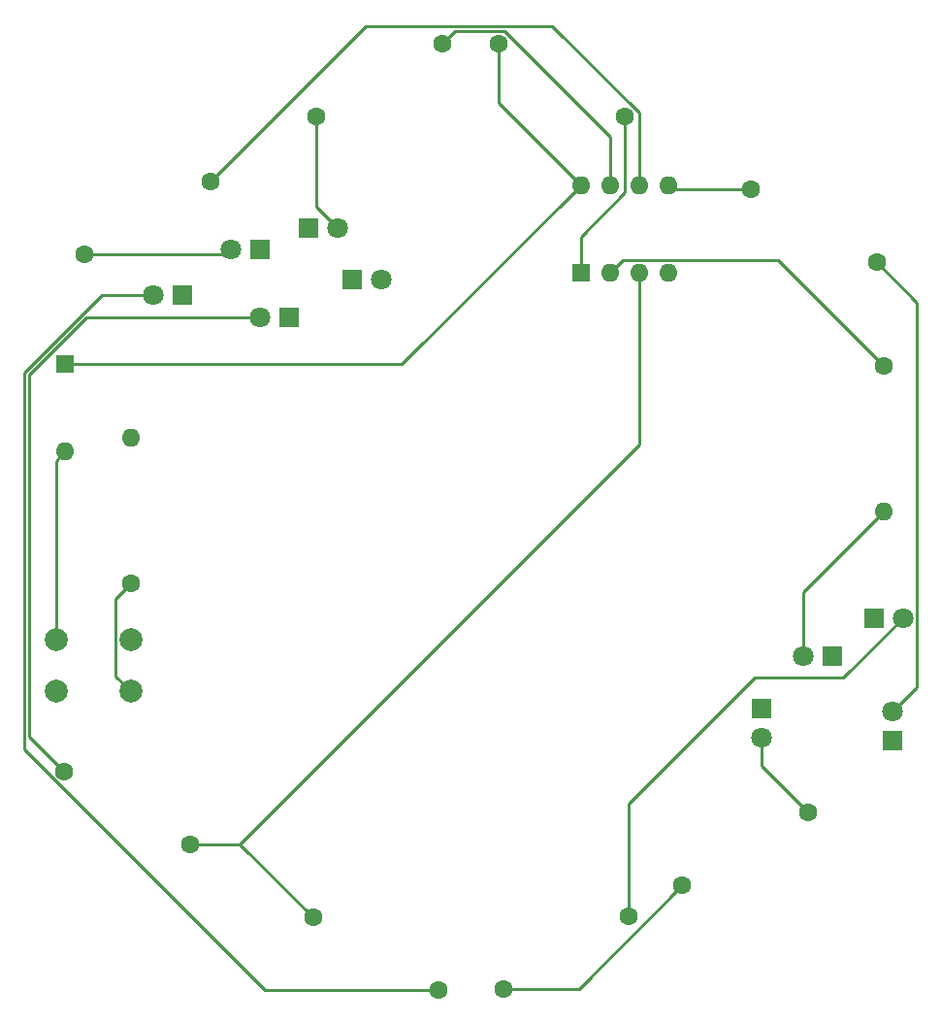
<source format=gtl>
G04 #@! TF.GenerationSoftware,KiCad,Pcbnew,7.0.10*
G04 #@! TF.CreationDate,2024-02-18T13:34:34-06:00*
G04 #@! TF.ProjectId,airplane-keychain,61697270-6c61-46e6-952d-6b6579636861,1*
G04 #@! TF.SameCoordinates,Original*
G04 #@! TF.FileFunction,Copper,L1,Top*
G04 #@! TF.FilePolarity,Positive*
%FSLAX46Y46*%
G04 Gerber Fmt 4.6, Leading zero omitted, Abs format (unit mm)*
G04 Created by KiCad (PCBNEW 7.0.10) date 2024-02-18 13:34:34*
%MOMM*%
%LPD*%
G01*
G04 APERTURE LIST*
G04 Aperture macros list*
%AMHorizOval*
0 Thick line with rounded ends*
0 $1 width*
0 $2 $3 position (X,Y) of the first rounded end (center of the circle)*
0 $4 $5 position (X,Y) of the second rounded end (center of the circle)*
0 Add line between two ends*
20,1,$1,$2,$3,$4,$5,0*
0 Add two circle primitives to create the rounded ends*
1,1,$1,$2,$3*
1,1,$1,$4,$5*%
G04 Aperture macros list end*
G04 #@! TA.AperFunction,ComponentPad*
%ADD10R,1.800000X1.800000*%
G04 #@! TD*
G04 #@! TA.AperFunction,ComponentPad*
%ADD11C,1.800000*%
G04 #@! TD*
G04 #@! TA.AperFunction,ComponentPad*
%ADD12C,1.600000*%
G04 #@! TD*
G04 #@! TA.AperFunction,ComponentPad*
%ADD13HorizOval,1.600000X0.000000X0.000000X0.000000X0.000000X0*%
G04 #@! TD*
G04 #@! TA.AperFunction,ComponentPad*
%ADD14HorizOval,1.600000X0.000000X0.000000X0.000000X0.000000X0*%
G04 #@! TD*
G04 #@! TA.AperFunction,ComponentPad*
%ADD15O,1.600000X1.600000*%
G04 #@! TD*
G04 #@! TA.AperFunction,ComponentPad*
%ADD16HorizOval,1.600000X0.000000X0.000000X0.000000X0.000000X0*%
G04 #@! TD*
G04 #@! TA.AperFunction,ComponentPad*
%ADD17C,2.000000*%
G04 #@! TD*
G04 #@! TA.AperFunction,ComponentPad*
%ADD18R,1.600000X1.600000*%
G04 #@! TD*
G04 #@! TA.AperFunction,ComponentPad*
%ADD19HorizOval,1.600000X0.000000X0.000000X0.000000X0.000000X0*%
G04 #@! TD*
G04 #@! TA.AperFunction,Conductor*
%ADD20C,0.250000*%
G04 #@! TD*
G04 APERTURE END LIST*
D10*
X167800000Y-115000000D03*
D11*
X167800000Y-112460000D03*
D10*
X112550000Y-72200000D03*
D11*
X110010000Y-72200000D03*
D10*
X115140000Y-78100000D03*
D11*
X112600000Y-78100000D03*
D10*
X105800000Y-76100000D03*
D11*
X103260000Y-76100000D03*
D12*
X155401477Y-66950000D03*
D13*
X166400000Y-73300000D03*
D12*
X108299261Y-66225000D03*
D14*
X97300738Y-72575000D03*
D12*
X128500000Y-54200000D03*
D14*
X117501477Y-60550000D03*
D12*
X167000000Y-82300000D03*
D15*
X167000000Y-95000000D03*
D12*
X149440739Y-127635000D03*
D16*
X160439262Y-121285000D03*
D12*
X133401477Y-54250000D03*
D13*
X144400000Y-60600000D03*
D17*
X101300000Y-110700000D03*
X94800000Y-110700000D03*
X101300000Y-106200000D03*
X94800000Y-106200000D03*
D18*
X95600000Y-82180000D03*
D15*
X95600000Y-89800000D03*
D10*
X116800000Y-70300000D03*
D11*
X119340000Y-70300000D03*
D10*
X162500000Y-107600000D03*
D11*
X159960000Y-107600000D03*
D10*
X156400000Y-112225000D03*
D11*
X156400000Y-114765000D03*
D10*
X166160000Y-104300000D03*
D11*
X168700000Y-104300000D03*
D12*
X101300000Y-101300000D03*
D15*
X101300000Y-88600000D03*
D12*
X106498523Y-124050000D03*
D19*
X95500000Y-117700000D03*
D10*
X120625000Y-74800000D03*
D11*
X123165000Y-74800000D03*
D12*
X117201477Y-130450000D03*
D13*
X128200000Y-136800000D03*
D12*
X133800739Y-136675000D03*
D16*
X144799262Y-130325000D03*
D18*
X140580000Y-74200000D03*
D15*
X143120000Y-74200000D03*
X145660000Y-74200000D03*
X148200000Y-74200000D03*
X148200000Y-66580000D03*
X145660000Y-66580000D03*
X143120000Y-66580000D03*
X140580000Y-66580000D03*
D20*
X95500000Y-117700000D02*
X92425000Y-114625000D01*
X92425000Y-114625000D02*
X92425000Y-83105000D01*
X92425000Y-83105000D02*
X97430000Y-78100000D01*
X97430000Y-78100000D02*
X112600000Y-78100000D01*
X101300000Y-101300000D02*
X99975000Y-102625000D01*
X99975000Y-102625000D02*
X99975000Y-109375000D01*
X99975000Y-109375000D02*
X101300000Y-110700000D01*
X94800000Y-106200000D02*
X94800001Y-90599999D01*
X94800001Y-90599999D02*
X95600000Y-89800000D01*
X149440739Y-127635000D02*
X140400739Y-136675000D01*
X140400739Y-136675000D02*
X133800739Y-136675000D01*
X144799262Y-120500738D02*
X155800000Y-109500000D01*
X155800000Y-109500000D02*
X163500000Y-109500000D01*
X144799262Y-130325000D02*
X144799262Y-120500738D01*
X163500000Y-109500000D02*
X168700000Y-104300000D01*
X156400000Y-114765000D02*
X156400000Y-117245738D01*
X156400000Y-117245738D02*
X160439262Y-121285000D01*
X166400000Y-73300000D02*
X169925000Y-76825000D01*
X169925000Y-110335000D02*
X167800000Y-112460000D01*
X169925000Y-76825000D02*
X169925000Y-110335000D01*
X97300738Y-72575000D02*
X109635000Y-72575000D01*
X109635000Y-72575000D02*
X110010000Y-72200000D01*
X117501477Y-60550000D02*
X117501477Y-68461477D01*
X117501477Y-68461477D02*
X119340000Y-70300000D01*
X159960000Y-107600000D02*
X159960000Y-102040000D01*
X159960000Y-102040000D02*
X167000000Y-95000000D01*
X155401477Y-66950000D02*
X148570000Y-66950000D01*
X148570000Y-66950000D02*
X148200000Y-66580000D01*
X121849261Y-52675000D02*
X138075000Y-52675000D01*
X108299261Y-66225000D02*
X121849261Y-52675000D01*
X138075000Y-52675000D02*
X145660000Y-60260000D01*
X145660000Y-60260000D02*
X145660000Y-66580000D01*
X129575000Y-53125000D02*
X133925000Y-53125000D01*
X133925000Y-53125000D02*
X143120000Y-62320000D01*
X143120000Y-62320000D02*
X143120000Y-66580000D01*
X128500000Y-54200000D02*
X129575000Y-53125000D01*
X144245000Y-73075000D02*
X143120000Y-74200000D01*
X157775000Y-73075000D02*
X144245000Y-73075000D01*
X167000000Y-82300000D02*
X157775000Y-73075000D01*
X133401477Y-59401477D02*
X140580000Y-66580000D01*
X133401477Y-54250000D02*
X133401477Y-59401477D01*
X95600000Y-82180000D02*
X124980000Y-82180000D01*
X124980000Y-82180000D02*
X140580000Y-66580000D01*
X144400000Y-60600000D02*
X144400000Y-67200000D01*
X144400000Y-67200000D02*
X140580000Y-71020000D01*
X140580000Y-71020000D02*
X140580000Y-74200000D01*
X128200000Y-136800000D02*
X113009009Y-136800000D01*
X113009009Y-136800000D02*
X91975000Y-115765991D01*
X91975000Y-82918604D02*
X98793604Y-76100000D01*
X91975000Y-115765991D02*
X91975000Y-82918604D01*
X98793604Y-76100000D02*
X103260000Y-76100000D01*
X145660000Y-89191477D02*
X110801477Y-124050000D01*
X110801477Y-124050000D02*
X117201477Y-130450000D01*
X106498523Y-124050000D02*
X110801477Y-124050000D01*
X145660000Y-74200000D02*
X145660000Y-89191477D01*
M02*

</source>
